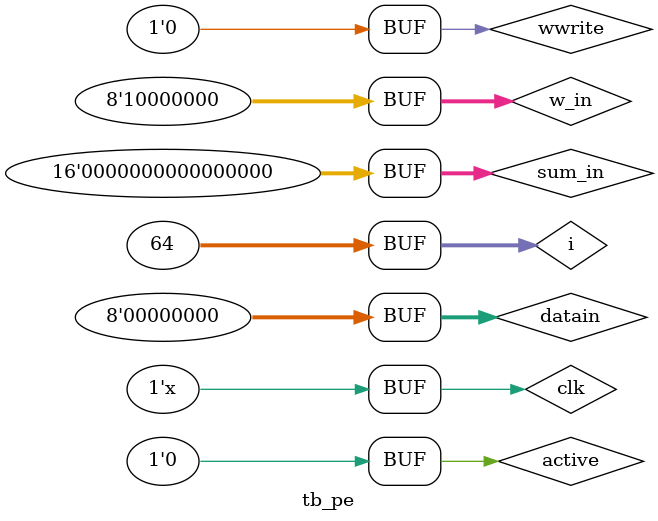
<source format=v>
module tb_pe();

    reg clk, active, wwrite;
    reg [7:0] datain, w_in;
    reg [15:0] sum_in;

    wire [15:0] maccout;
    wire [7:0] dataout, wout;
    wire wwriteout, activeout;

    integer i;

    pe DUT(
        .clk(clk),
        .active(active),
        .datain(datain),
        .win(w_in),
        .sumin(sum_in),
        .wwrite(wwrite),
        .maccout(maccout),
        .dataout(dataout),
        .wout(wout),
        .wwriteout(wwriteout),
        .activeout(activeout)
    );

    always begin
        #5;
        clk = ~clk; // clock diversion per 5 time scale 
    end // always

    initial begin
        clk = 1'b0; 
        active = 1'b0; 
        wwrite = 1'b0;
        datain = 8'h00;
        w_in = 8'h00;
        sum_in = 16'h0000;

        #100;

        wwrite = 1'b1; 

        for (i = 0; i < 64; i = i + 1) begin
            #10;
            w_in = w_in + 8'h04; // w_in is changed but sustain mac_out = 0, because of data_in = 0, sum_in= 0 >> mult_result = data_in* w_in =  0
        end

        wwrite = 1'b0;

        for (i = 0; i < 64; i = i + 1) begin
            #10;
            w_in = w_in + 8'h02; // w_out = 8'hAA because of wwrite =0 
        end

    end // initial

endmodule // pe_tb

</source>
